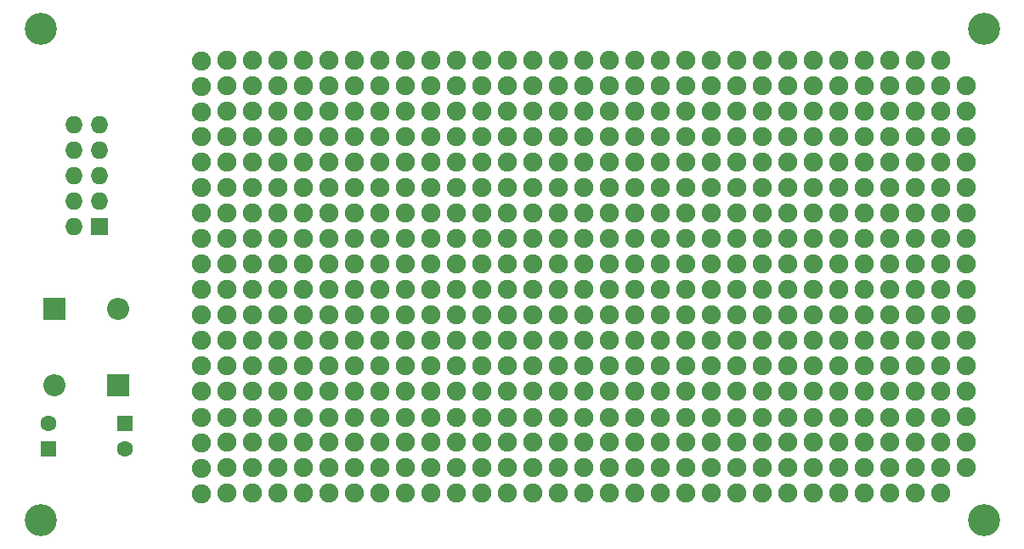
<source format=gbr>
G04 #@! TF.GenerationSoftware,KiCad,Pcbnew,5.1.10-88a1d61d58~90~ubuntu20.04.1*
G04 #@! TF.CreationDate,2021-08-07T14:05:23-04:00*
G04 #@! TF.ProjectId,kosmo_proto,6b6f736d-6f5f-4707-926f-746f2e6b6963,rev?*
G04 #@! TF.SameCoordinates,Original*
G04 #@! TF.FileFunction,Soldermask,Top*
G04 #@! TF.FilePolarity,Negative*
%FSLAX46Y46*%
G04 Gerber Fmt 4.6, Leading zero omitted, Abs format (unit mm)*
G04 Created by KiCad (PCBNEW 5.1.10-88a1d61d58~90~ubuntu20.04.1) date 2021-08-07 14:05:23*
%MOMM*%
%LPD*%
G01*
G04 APERTURE LIST*
%ADD10C,3.200000*%
%ADD11C,1.600000*%
%ADD12R,1.600000X1.600000*%
%ADD13O,2.200000X2.200000*%
%ADD14R,2.200000X2.200000*%
%ADD15O,1.727200X1.727200*%
%ADD16R,1.727200X1.727200*%
%ADD17C,1.905000*%
G04 APERTURE END LIST*
D10*
X142750000Y-56500000D03*
D11*
X49530000Y-95885000D03*
D12*
X49530000Y-98385000D03*
D11*
X57150000Y-98385000D03*
D12*
X57150000Y-95885000D03*
D13*
X56515000Y-84455000D03*
D14*
X56515000Y-92075000D03*
D13*
X50165000Y-92075000D03*
D14*
X50165000Y-84455000D03*
D15*
X52070000Y-66040000D03*
X54610000Y-66040000D03*
X52070000Y-68580000D03*
X54610000Y-68580000D03*
X52070000Y-71120000D03*
X54610000Y-71120000D03*
X52070000Y-73660000D03*
X54610000Y-73660000D03*
X52070000Y-76200000D03*
D16*
X54610000Y-76200000D03*
D17*
X74917300Y-59664600D03*
X69837300Y-97764600D03*
X74917300Y-102844600D03*
X74917300Y-100304600D03*
X72377300Y-102844600D03*
X74917300Y-97764600D03*
X79997300Y-102844600D03*
X77457300Y-62204600D03*
X67297300Y-97764600D03*
X79997300Y-82524600D03*
X77457300Y-90144600D03*
X77457300Y-74904600D03*
X74917300Y-72364600D03*
X77457300Y-87604600D03*
X79997300Y-92684600D03*
X74917300Y-74904600D03*
X79997300Y-79984600D03*
X74917300Y-79984600D03*
X74917300Y-82524600D03*
X77457300Y-67284600D03*
X77457300Y-69824600D03*
X77457300Y-82524600D03*
X74917300Y-77444600D03*
X80010000Y-95250000D03*
X77457300Y-77444600D03*
X79997300Y-90144600D03*
X77457300Y-85064600D03*
X74917300Y-67284600D03*
X79997300Y-77444600D03*
X74917300Y-92684600D03*
X79997300Y-74904600D03*
X77457300Y-92684600D03*
X77470000Y-95250000D03*
X74917300Y-85064600D03*
X77457300Y-79984600D03*
X79997300Y-87604600D03*
X74917300Y-69824600D03*
X79997300Y-69824600D03*
X74917300Y-87604600D03*
X74930000Y-95250000D03*
X72377300Y-62204600D03*
X67297300Y-59664600D03*
X79997300Y-59664600D03*
X67297300Y-102844600D03*
X72377300Y-100304600D03*
X67297300Y-64744600D03*
X67297300Y-100304600D03*
X69837300Y-102844600D03*
X79997300Y-64744600D03*
X77457300Y-97764600D03*
X77457300Y-59664600D03*
X69837300Y-100304600D03*
X69837300Y-64744600D03*
X69837300Y-69824600D03*
X64757300Y-67284600D03*
X79997300Y-85064600D03*
X79997300Y-67284600D03*
X74917300Y-90144600D03*
X77457300Y-72364600D03*
X79997300Y-72364600D03*
X72377300Y-82524600D03*
X72377300Y-92684600D03*
X72377300Y-79984600D03*
X72390000Y-95250000D03*
X72377300Y-90144600D03*
X72377300Y-77444600D03*
X72377300Y-74904600D03*
X72377300Y-87604600D03*
X72377300Y-69824600D03*
X72377300Y-85064600D03*
X72377300Y-67284600D03*
X72377300Y-72364600D03*
X69837300Y-90144600D03*
X69837300Y-74904600D03*
X69837300Y-87604600D03*
X69837300Y-67284600D03*
X69837300Y-82524600D03*
X69837300Y-77444600D03*
X69837300Y-85064600D03*
X69837300Y-92684600D03*
X69850000Y-95250000D03*
X69837300Y-79984600D03*
X69837300Y-72364600D03*
X67297300Y-72364600D03*
X67297300Y-74904600D03*
X67297300Y-79984600D03*
X67297300Y-82524600D03*
X67297300Y-77444600D03*
X67297300Y-67284600D03*
X67297300Y-92684600D03*
X67297300Y-85064600D03*
X67297300Y-69824600D03*
X67297300Y-87604600D03*
X67310000Y-95250000D03*
X67297300Y-90144600D03*
X64757300Y-69824600D03*
X64757300Y-72364600D03*
X64757300Y-74904600D03*
X64757300Y-77444600D03*
X64757300Y-79984600D03*
X64757300Y-82524600D03*
X64757300Y-85064600D03*
X64757300Y-87604600D03*
X64757300Y-90144600D03*
X64757300Y-92684600D03*
X64770000Y-59690000D03*
X64770000Y-102870000D03*
X64770000Y-64770000D03*
X64770000Y-97790000D03*
X64770000Y-62230000D03*
X64770000Y-100330000D03*
D10*
X48750000Y-105500000D03*
X48750000Y-56500000D03*
D17*
X64770000Y-95250000D03*
X69837300Y-62204600D03*
X77457300Y-102844600D03*
X74917300Y-62204600D03*
X79997300Y-97764600D03*
X79997300Y-100304600D03*
X72377300Y-59664600D03*
X77457300Y-64744600D03*
X67297300Y-62204600D03*
X79997300Y-62204600D03*
X74917300Y-64744600D03*
X69837300Y-59664600D03*
X72377300Y-64744600D03*
X72377300Y-97764600D03*
X77457300Y-100304600D03*
X110477300Y-102844600D03*
X125717300Y-102844600D03*
X138417300Y-102844600D03*
X128257300Y-102844600D03*
X133337300Y-102844600D03*
X85077300Y-102844600D03*
X92697300Y-102844600D03*
X97777300Y-102844600D03*
X100317300Y-102844600D03*
X102857300Y-102844600D03*
X95237300Y-102844600D03*
X118097300Y-102844600D03*
X113017300Y-102844600D03*
X115557300Y-102844600D03*
X130797300Y-102844600D03*
X105397300Y-102844600D03*
X123177300Y-102844600D03*
X82537300Y-102844600D03*
X90157300Y-102844600D03*
X87617300Y-102844600D03*
X135877300Y-102844600D03*
X120637300Y-102844600D03*
X107937300Y-102844600D03*
X110477300Y-100304600D03*
X125717300Y-100304600D03*
X138417300Y-100304600D03*
X128257300Y-100304600D03*
X133337300Y-100304600D03*
X140957300Y-100304600D03*
X85077300Y-100304600D03*
X92697300Y-100304600D03*
X97777300Y-100304600D03*
X100317300Y-100304600D03*
X102857300Y-100304600D03*
X95237300Y-100304600D03*
X118097300Y-100304600D03*
X113017300Y-100304600D03*
X115557300Y-100304600D03*
X130797300Y-100304600D03*
X105397300Y-100304600D03*
X123177300Y-100304600D03*
X82537300Y-100304600D03*
X90157300Y-100304600D03*
X87617300Y-100304600D03*
X135877300Y-100304600D03*
X120637300Y-100304600D03*
X107937300Y-100304600D03*
X110477300Y-97764600D03*
X125717300Y-97764600D03*
X138417300Y-97764600D03*
X128257300Y-97764600D03*
X133337300Y-97764600D03*
X140957300Y-97764600D03*
X85077300Y-97764600D03*
X92697300Y-97764600D03*
X97777300Y-97764600D03*
X100317300Y-97764600D03*
X102857300Y-97764600D03*
X95237300Y-97764600D03*
X118097300Y-97764600D03*
X113017300Y-97764600D03*
X115557300Y-97764600D03*
X130797300Y-97764600D03*
X105397300Y-97764600D03*
X123177300Y-97764600D03*
X82537300Y-97764600D03*
X90157300Y-97764600D03*
X87617300Y-97764600D03*
X135877300Y-97764600D03*
X120637300Y-97764600D03*
X107937300Y-97764600D03*
X110477300Y-59664600D03*
X125717300Y-59664600D03*
X138417300Y-59664600D03*
X128257300Y-59664600D03*
X133337300Y-59664600D03*
X85077300Y-59664600D03*
X92697300Y-59664600D03*
X97777300Y-59664600D03*
X100317300Y-59664600D03*
X102857300Y-59664600D03*
X95237300Y-59664600D03*
X118097300Y-59664600D03*
X113017300Y-59664600D03*
X115557300Y-59664600D03*
X130797300Y-59664600D03*
X105397300Y-59664600D03*
X123177300Y-59664600D03*
X82537300Y-59664600D03*
X90157300Y-59664600D03*
X87617300Y-59664600D03*
X135877300Y-59664600D03*
X120637300Y-59664600D03*
X107937300Y-59664600D03*
X110477300Y-62204600D03*
X125717300Y-62204600D03*
X138417300Y-62204600D03*
X128257300Y-62204600D03*
X133337300Y-62204600D03*
X140957300Y-62204600D03*
X85077300Y-62204600D03*
X92697300Y-62204600D03*
X97777300Y-62204600D03*
X100317300Y-62204600D03*
X102857300Y-62204600D03*
X95237300Y-62204600D03*
X118097300Y-62204600D03*
X113017300Y-62204600D03*
X115557300Y-62204600D03*
X130797300Y-62204600D03*
X105397300Y-62204600D03*
X123177300Y-62204600D03*
X82537300Y-62204600D03*
X90157300Y-62204600D03*
X87617300Y-62204600D03*
X135877300Y-62204600D03*
X120637300Y-62204600D03*
X107937300Y-62204600D03*
X110477300Y-64744600D03*
X125717300Y-64744600D03*
X138417300Y-64744600D03*
X128257300Y-64744600D03*
X133337300Y-64744600D03*
X140957300Y-64744600D03*
X85077300Y-64744600D03*
X92697300Y-64744600D03*
X97777300Y-64744600D03*
X100317300Y-64744600D03*
X102857300Y-64744600D03*
X95237300Y-64744600D03*
X118097300Y-64744600D03*
X113017300Y-64744600D03*
X115557300Y-64744600D03*
X130797300Y-64744600D03*
X105397300Y-64744600D03*
X123177300Y-64744600D03*
X82537300Y-64744600D03*
X90157300Y-64744600D03*
X87617300Y-64744600D03*
X135877300Y-64744600D03*
X120637300Y-64744600D03*
X107937300Y-64744600D03*
X140957300Y-82524600D03*
X140957300Y-79984600D03*
X140957300Y-87604600D03*
X140957300Y-92684600D03*
X140957300Y-90144600D03*
X140957300Y-95224600D03*
X140957300Y-85064600D03*
X140957300Y-67284600D03*
X140957300Y-77444600D03*
X140957300Y-69824600D03*
X140957300Y-72364600D03*
X140957300Y-74904600D03*
X110477300Y-82524600D03*
X130797300Y-74904600D03*
X107937300Y-90144600D03*
X130797300Y-77444600D03*
X120637300Y-90144600D03*
X120637300Y-72364600D03*
X128257300Y-72364600D03*
X133337300Y-85064600D03*
X125717300Y-69824600D03*
X107937300Y-74904600D03*
X105397300Y-72364600D03*
X135877300Y-77444600D03*
X107937300Y-87604600D03*
X135877300Y-72364600D03*
X138417300Y-87604600D03*
X118097300Y-90144600D03*
X138417300Y-77444600D03*
X125717300Y-82524600D03*
X110477300Y-92684600D03*
X105397300Y-74904600D03*
X133337300Y-72364600D03*
X135877300Y-82524600D03*
X128257300Y-82524600D03*
X123177300Y-87604600D03*
X115557300Y-77444600D03*
X113017300Y-79984600D03*
X135877300Y-67284600D03*
X118097300Y-92684600D03*
X123177300Y-79984600D03*
X138417300Y-79984600D03*
X125717300Y-90144600D03*
X123177300Y-67284600D03*
X125717300Y-79984600D03*
X118097300Y-87604600D03*
X118097300Y-74904600D03*
X133337300Y-79984600D03*
X130797300Y-90144600D03*
X113030000Y-95250000D03*
X120637300Y-69824600D03*
X133337300Y-82524600D03*
X115557300Y-79984600D03*
X113017300Y-67284600D03*
X133337300Y-69824600D03*
X128257300Y-87604600D03*
X125717300Y-85064600D03*
X110477300Y-79984600D03*
X115570000Y-95250000D03*
X113017300Y-90144600D03*
X115557300Y-82524600D03*
X105397300Y-79984600D03*
X138417300Y-67284600D03*
X105397300Y-82524600D03*
X130797300Y-85064600D03*
X123190000Y-95250000D03*
X118097300Y-82524600D03*
X107937300Y-67284600D03*
X123177300Y-77444600D03*
X125730000Y-95250000D03*
X138417300Y-85064600D03*
X113017300Y-87604600D03*
X130797300Y-79984600D03*
X135877300Y-90144600D03*
X115557300Y-90144600D03*
X118097300Y-79984600D03*
X123177300Y-90144600D03*
X138417300Y-72364600D03*
X113017300Y-92684600D03*
X118097300Y-67284600D03*
X138417300Y-74904600D03*
X107937300Y-69824600D03*
X107937300Y-82524600D03*
X128257300Y-79984600D03*
X125717300Y-74904600D03*
X105397300Y-77444600D03*
X120637300Y-92684600D03*
X110490000Y-95250000D03*
X133337300Y-90144600D03*
X130797300Y-69824600D03*
X107937300Y-77444600D03*
X133337300Y-92684600D03*
X113017300Y-74904600D03*
X123177300Y-82524600D03*
X123177300Y-72364600D03*
X130797300Y-82524600D03*
X130797300Y-72364600D03*
X138430000Y-95250000D03*
X110477300Y-90144600D03*
X130797300Y-87604600D03*
X130810000Y-95250000D03*
X113017300Y-69824600D03*
X115557300Y-69824600D03*
X107937300Y-85064600D03*
X133337300Y-74904600D03*
X105397300Y-67284600D03*
X110477300Y-77444600D03*
X138417300Y-82524600D03*
X125717300Y-87604600D03*
X105397300Y-92684600D03*
X113017300Y-72364600D03*
X138417300Y-90144600D03*
X110477300Y-74904600D03*
X107937300Y-92684600D03*
X128257300Y-90144600D03*
X115557300Y-74904600D03*
X125717300Y-72364600D03*
X113017300Y-77444600D03*
X138417300Y-69824600D03*
X120637300Y-74904600D03*
X107950000Y-95250000D03*
X105397300Y-85064600D03*
X128257300Y-77444600D03*
X135877300Y-69824600D03*
X123177300Y-85064600D03*
X118097300Y-85064600D03*
X128257300Y-85064600D03*
X113017300Y-82524600D03*
X107937300Y-79984600D03*
X123177300Y-69824600D03*
X128270000Y-95250000D03*
X110477300Y-87604600D03*
X133350000Y-95250000D03*
X105397300Y-69824600D03*
X110477300Y-69824600D03*
X115557300Y-72364600D03*
X115557300Y-92684600D03*
X135877300Y-74904600D03*
X115557300Y-87604600D03*
X123177300Y-92684600D03*
X128257300Y-67284600D03*
X105397300Y-87604600D03*
X128257300Y-69824600D03*
X130797300Y-67284600D03*
X118097300Y-72364600D03*
X115557300Y-85064600D03*
X120637300Y-77444600D03*
X125717300Y-92684600D03*
X125717300Y-77444600D03*
X118097300Y-69824600D03*
X135877300Y-92684600D03*
X118097300Y-77444600D03*
X105410000Y-95250000D03*
X120637300Y-82524600D03*
X110477300Y-85064600D03*
X135877300Y-85064600D03*
X120637300Y-79984600D03*
X128257300Y-92684600D03*
X110477300Y-67284600D03*
X118110000Y-95250000D03*
X123177300Y-74904600D03*
X125717300Y-67284600D03*
X133337300Y-87604600D03*
X120637300Y-85064600D03*
X130797300Y-92684600D03*
X105397300Y-90144600D03*
X120650000Y-95250000D03*
X113017300Y-85064600D03*
X135877300Y-79984600D03*
X133337300Y-67284600D03*
X135877300Y-87604600D03*
X133337300Y-77444600D03*
X138417300Y-92684600D03*
X120637300Y-67284600D03*
X107937300Y-72364600D03*
X120637300Y-87604600D03*
X128257300Y-74904600D03*
X135890000Y-95250000D03*
X115557300Y-67284600D03*
X110477300Y-72364600D03*
X100317300Y-74904600D03*
X100317300Y-77444600D03*
X97777300Y-72364600D03*
X102857300Y-85064600D03*
X95237300Y-69824600D03*
X95237300Y-82524600D03*
X102857300Y-72364600D03*
X97777300Y-82524600D03*
X95237300Y-90144600D03*
X95237300Y-79984600D03*
X102857300Y-79984600D03*
X100317300Y-90144600D03*
X102857300Y-82524600D03*
X102857300Y-69824600D03*
X97777300Y-87604600D03*
X95237300Y-85064600D03*
X100317300Y-85064600D03*
X95250000Y-95250000D03*
X100317300Y-79984600D03*
X97777300Y-79984600D03*
X95237300Y-74904600D03*
X102857300Y-90144600D03*
X100317300Y-69824600D03*
X102857300Y-92684600D03*
X100317300Y-82524600D03*
X100317300Y-72364600D03*
X100317300Y-87604600D03*
X100330000Y-95250000D03*
X102857300Y-74904600D03*
X95237300Y-87604600D03*
X97777300Y-90144600D03*
X95237300Y-72364600D03*
X97777300Y-77444600D03*
X97777300Y-85064600D03*
X97790000Y-95250000D03*
X102870000Y-95250000D03*
X97777300Y-67284600D03*
X97777300Y-69824600D03*
X100317300Y-67284600D03*
X95237300Y-92684600D03*
X95237300Y-77444600D03*
X97777300Y-92684600D03*
X95237300Y-67284600D03*
X102857300Y-87604600D03*
X100317300Y-92684600D03*
X102857300Y-67284600D03*
X102857300Y-77444600D03*
X97777300Y-74904600D03*
X90157300Y-90144600D03*
X90157300Y-72364600D03*
X87617300Y-90144600D03*
X92697300Y-87604600D03*
X85077300Y-77444600D03*
X87617300Y-92684600D03*
X92697300Y-79984600D03*
X92697300Y-67284600D03*
X87617300Y-87604600D03*
X87617300Y-74904600D03*
X90157300Y-69824600D03*
X85077300Y-79984600D03*
X85090000Y-95250000D03*
X85077300Y-82524600D03*
X92710000Y-95250000D03*
X87617300Y-82524600D03*
X92697300Y-77444600D03*
X85077300Y-90144600D03*
X87617300Y-79984600D03*
X92697300Y-90144600D03*
X87617300Y-67284600D03*
X90157300Y-92684600D03*
X92697300Y-82524600D03*
X92697300Y-72364600D03*
X85077300Y-69824600D03*
X85077300Y-74904600D03*
X90157300Y-74904600D03*
X92697300Y-85064600D03*
X87617300Y-85064600D03*
X92697300Y-69824600D03*
X85077300Y-72364600D03*
X85077300Y-92684600D03*
X85077300Y-87604600D03*
X92697300Y-92684600D03*
X87617300Y-72364600D03*
X85077300Y-85064600D03*
X90157300Y-77444600D03*
X87617300Y-69824600D03*
X87617300Y-77444600D03*
X90157300Y-82524600D03*
X90157300Y-79984600D03*
X87630000Y-95250000D03*
X92697300Y-74904600D03*
X90157300Y-85064600D03*
X90170000Y-95250000D03*
X90157300Y-67284600D03*
X90157300Y-87604600D03*
X85077300Y-67284600D03*
X82537300Y-79984600D03*
X82550000Y-95250000D03*
X82537300Y-67284600D03*
X82537300Y-90144600D03*
X82537300Y-87604600D03*
X82537300Y-92684600D03*
X82537300Y-74904600D03*
X82537300Y-69824600D03*
X82537300Y-72364600D03*
X82537300Y-77444600D03*
X82537300Y-82524600D03*
X82537300Y-85064600D03*
D10*
X142750000Y-105500000D03*
M02*

</source>
